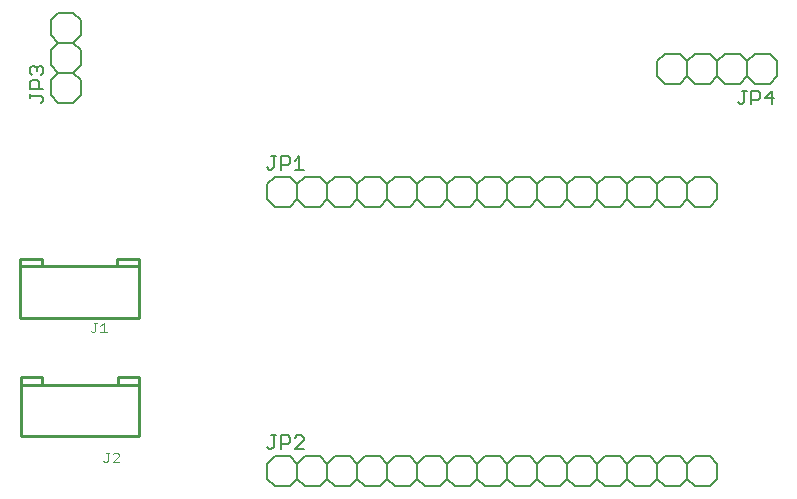
<source format=gbr>
G04 EAGLE Gerber RS-274X export*
G75*
%MOMM*%
%FSLAX34Y34*%
%LPD*%
%INSilkscreen Top*%
%IPPOS*%
%AMOC8*
5,1,8,0,0,1.08239X$1,22.5*%
G01*
%ADD10C,0.127000*%
%ADD11C,0.254000*%
%ADD12C,0.101600*%
%ADD13C,0.152400*%


D10*
X790500Y399200D02*
X790500Y419200D01*
D11*
X690500Y424200D02*
X690500Y394200D01*
X790500Y387200D02*
X790500Y431200D01*
X772500Y431200D01*
X708500Y431200D02*
X690500Y431200D01*
X690500Y387200D01*
X790500Y387200D01*
X790500Y431200D02*
X790500Y437200D01*
X772500Y437200D01*
X772500Y431200D01*
X708500Y431200D01*
X708500Y437200D01*
X690500Y437200D01*
X690500Y431200D01*
D12*
X750036Y376731D02*
X751350Y375418D01*
X752663Y375418D01*
X753977Y376731D01*
X753977Y383299D01*
X755290Y383299D02*
X752663Y383299D01*
X758222Y380672D02*
X760849Y383299D01*
X760849Y375418D01*
X758222Y375418D02*
X763476Y375418D01*
D10*
X790800Y319200D02*
X790800Y299200D01*
D11*
X690800Y294200D02*
X690800Y324200D01*
X790800Y331200D02*
X790800Y287200D01*
X790800Y331200D02*
X772800Y331200D01*
X708800Y331200D02*
X690800Y331200D01*
X690800Y287200D01*
X790800Y287200D01*
X790800Y331200D02*
X790800Y337200D01*
X772800Y337200D01*
X772800Y331200D01*
X708800Y331200D01*
X708800Y337200D01*
X690800Y337200D01*
X690800Y331200D01*
D12*
X760336Y266731D02*
X761650Y265418D01*
X762963Y265418D01*
X764277Y266731D01*
X764277Y273299D01*
X765590Y273299D02*
X762963Y273299D01*
X768522Y265418D02*
X773776Y265418D01*
X768522Y265418D02*
X773776Y270672D01*
X773776Y271985D01*
X772463Y273299D01*
X769836Y273299D01*
X768522Y271985D01*
D13*
X1210450Y507000D02*
X1223150Y507000D01*
X1229500Y500650D01*
X1229500Y487950D01*
X1223150Y481600D01*
X1229500Y500650D02*
X1235850Y507000D01*
X1248550Y507000D01*
X1254900Y500650D01*
X1254900Y487950D01*
X1248550Y481600D01*
X1235850Y481600D01*
X1229500Y487950D01*
X1185050Y507000D02*
X1178700Y500650D01*
X1185050Y507000D02*
X1197750Y507000D01*
X1204100Y500650D01*
X1204100Y487950D01*
X1197750Y481600D01*
X1185050Y481600D01*
X1178700Y487950D01*
X1204100Y500650D02*
X1210450Y507000D01*
X1204100Y487950D02*
X1210450Y481600D01*
X1223150Y481600D01*
X1146950Y507000D02*
X1134250Y507000D01*
X1146950Y507000D02*
X1153300Y500650D01*
X1153300Y487950D01*
X1146950Y481600D01*
X1153300Y500650D02*
X1159650Y507000D01*
X1172350Y507000D01*
X1178700Y500650D01*
X1178700Y487950D01*
X1172350Y481600D01*
X1159650Y481600D01*
X1153300Y487950D01*
X1108850Y507000D02*
X1102500Y500650D01*
X1108850Y507000D02*
X1121550Y507000D01*
X1127900Y500650D01*
X1127900Y487950D01*
X1121550Y481600D01*
X1108850Y481600D01*
X1102500Y487950D01*
X1127900Y500650D02*
X1134250Y507000D01*
X1127900Y487950D02*
X1134250Y481600D01*
X1146950Y481600D01*
X1070750Y507000D02*
X1058050Y507000D01*
X1070750Y507000D02*
X1077100Y500650D01*
X1077100Y487950D01*
X1070750Y481600D01*
X1077100Y500650D02*
X1083450Y507000D01*
X1096150Y507000D01*
X1102500Y500650D01*
X1102500Y487950D01*
X1096150Y481600D01*
X1083450Y481600D01*
X1077100Y487950D01*
X1032650Y507000D02*
X1026300Y500650D01*
X1032650Y507000D02*
X1045350Y507000D01*
X1051700Y500650D01*
X1051700Y487950D01*
X1045350Y481600D01*
X1032650Y481600D01*
X1026300Y487950D01*
X1051700Y500650D02*
X1058050Y507000D01*
X1051700Y487950D02*
X1058050Y481600D01*
X1070750Y481600D01*
X994550Y507000D02*
X981850Y507000D01*
X994550Y507000D02*
X1000900Y500650D01*
X1000900Y487950D01*
X994550Y481600D01*
X1000900Y500650D02*
X1007250Y507000D01*
X1019950Y507000D01*
X1026300Y500650D01*
X1026300Y487950D01*
X1019950Y481600D01*
X1007250Y481600D01*
X1000900Y487950D01*
X956450Y507000D02*
X950100Y500650D01*
X956450Y507000D02*
X969150Y507000D01*
X975500Y500650D01*
X975500Y487950D01*
X969150Y481600D01*
X956450Y481600D01*
X950100Y487950D01*
X975500Y500650D02*
X981850Y507000D01*
X975500Y487950D02*
X981850Y481600D01*
X994550Y481600D01*
X918350Y507000D02*
X905650Y507000D01*
X918350Y507000D02*
X924700Y500650D01*
X924700Y487950D01*
X918350Y481600D01*
X924700Y500650D02*
X931050Y507000D01*
X943750Y507000D01*
X950100Y500650D01*
X950100Y487950D01*
X943750Y481600D01*
X931050Y481600D01*
X924700Y487950D01*
X899300Y487950D02*
X899300Y500650D01*
X905650Y507000D01*
X899300Y487950D02*
X905650Y481600D01*
X918350Y481600D01*
X1254900Y500650D02*
X1261250Y507000D01*
X1273950Y507000D01*
X1280300Y500650D01*
X1280300Y487950D01*
X1273950Y481600D01*
X1261250Y481600D01*
X1254900Y487950D01*
D10*
X901080Y513223D02*
X899173Y515130D01*
X901080Y513223D02*
X902986Y513223D01*
X904893Y515130D01*
X904893Y524663D01*
X902986Y524663D02*
X906800Y524663D01*
X910867Y524663D02*
X910867Y513223D01*
X910867Y524663D02*
X916587Y524663D01*
X918493Y522756D01*
X918493Y518943D01*
X916587Y517036D01*
X910867Y517036D01*
X922561Y520850D02*
X926374Y524663D01*
X926374Y513223D01*
X922561Y513223D02*
X930187Y513223D01*
D13*
X1210450Y270500D02*
X1223150Y270500D01*
X1229500Y264150D01*
X1229500Y251450D01*
X1223150Y245100D01*
X1229500Y264150D02*
X1235850Y270500D01*
X1248550Y270500D01*
X1254900Y264150D01*
X1254900Y251450D01*
X1248550Y245100D01*
X1235850Y245100D01*
X1229500Y251450D01*
X1185050Y270500D02*
X1178700Y264150D01*
X1185050Y270500D02*
X1197750Y270500D01*
X1204100Y264150D01*
X1204100Y251450D01*
X1197750Y245100D01*
X1185050Y245100D01*
X1178700Y251450D01*
X1204100Y264150D02*
X1210450Y270500D01*
X1204100Y251450D02*
X1210450Y245100D01*
X1223150Y245100D01*
X1146950Y270500D02*
X1134250Y270500D01*
X1146950Y270500D02*
X1153300Y264150D01*
X1153300Y251450D01*
X1146950Y245100D01*
X1153300Y264150D02*
X1159650Y270500D01*
X1172350Y270500D01*
X1178700Y264150D01*
X1178700Y251450D01*
X1172350Y245100D01*
X1159650Y245100D01*
X1153300Y251450D01*
X1108850Y270500D02*
X1102500Y264150D01*
X1108850Y270500D02*
X1121550Y270500D01*
X1127900Y264150D01*
X1127900Y251450D01*
X1121550Y245100D01*
X1108850Y245100D01*
X1102500Y251450D01*
X1127900Y264150D02*
X1134250Y270500D01*
X1127900Y251450D02*
X1134250Y245100D01*
X1146950Y245100D01*
X1070750Y270500D02*
X1058050Y270500D01*
X1070750Y270500D02*
X1077100Y264150D01*
X1077100Y251450D01*
X1070750Y245100D01*
X1077100Y264150D02*
X1083450Y270500D01*
X1096150Y270500D01*
X1102500Y264150D01*
X1102500Y251450D01*
X1096150Y245100D01*
X1083450Y245100D01*
X1077100Y251450D01*
X1032650Y270500D02*
X1026300Y264150D01*
X1032650Y270500D02*
X1045350Y270500D01*
X1051700Y264150D01*
X1051700Y251450D01*
X1045350Y245100D01*
X1032650Y245100D01*
X1026300Y251450D01*
X1051700Y264150D02*
X1058050Y270500D01*
X1051700Y251450D02*
X1058050Y245100D01*
X1070750Y245100D01*
X994550Y270500D02*
X981850Y270500D01*
X994550Y270500D02*
X1000900Y264150D01*
X1000900Y251450D01*
X994550Y245100D01*
X1000900Y264150D02*
X1007250Y270500D01*
X1019950Y270500D01*
X1026300Y264150D01*
X1026300Y251450D01*
X1019950Y245100D01*
X1007250Y245100D01*
X1000900Y251450D01*
X956450Y270500D02*
X950100Y264150D01*
X956450Y270500D02*
X969150Y270500D01*
X975500Y264150D01*
X975500Y251450D01*
X969150Y245100D01*
X956450Y245100D01*
X950100Y251450D01*
X975500Y264150D02*
X981850Y270500D01*
X975500Y251450D02*
X981850Y245100D01*
X994550Y245100D01*
X918350Y270500D02*
X905650Y270500D01*
X918350Y270500D02*
X924700Y264150D01*
X924700Y251450D01*
X918350Y245100D01*
X924700Y264150D02*
X931050Y270500D01*
X943750Y270500D01*
X950100Y264150D01*
X950100Y251450D01*
X943750Y245100D01*
X931050Y245100D01*
X924700Y251450D01*
X899300Y251450D02*
X899300Y264150D01*
X905650Y270500D01*
X899300Y251450D02*
X905650Y245100D01*
X918350Y245100D01*
X1254900Y264150D02*
X1261250Y270500D01*
X1273950Y270500D01*
X1280300Y264150D01*
X1280300Y251450D01*
X1273950Y245100D01*
X1261250Y245100D01*
X1254900Y251450D01*
D10*
X901080Y276723D02*
X899173Y278630D01*
X901080Y276723D02*
X902986Y276723D01*
X904893Y278630D01*
X904893Y288163D01*
X902986Y288163D02*
X906800Y288163D01*
X910867Y288163D02*
X910867Y276723D01*
X910867Y288163D02*
X916587Y288163D01*
X918493Y286256D01*
X918493Y282443D01*
X916587Y280536D01*
X910867Y280536D01*
X922561Y276723D02*
X930187Y276723D01*
X922561Y276723D02*
X930187Y284350D01*
X930187Y286256D01*
X928281Y288163D01*
X924468Y288163D01*
X922561Y286256D01*
D13*
X716000Y576150D02*
X716000Y588850D01*
X722350Y595200D01*
X735050Y595200D01*
X741400Y588850D01*
X722350Y595200D02*
X716000Y601550D01*
X716000Y614250D01*
X722350Y620600D01*
X735050Y620600D01*
X741400Y614250D01*
X741400Y601550D01*
X735050Y595200D01*
X735050Y569800D02*
X722350Y569800D01*
X716000Y576150D01*
X735050Y569800D02*
X741400Y576150D01*
X741400Y588850D01*
X722350Y620600D02*
X716000Y626950D01*
X716000Y639650D01*
X722350Y646000D01*
X735050Y646000D01*
X741400Y639650D01*
X741400Y626950D01*
X735050Y620600D01*
D10*
X709777Y571580D02*
X707870Y569673D01*
X709777Y571580D02*
X709777Y573486D01*
X707870Y575393D01*
X698337Y575393D01*
X698337Y573486D02*
X698337Y577300D01*
X698337Y581367D02*
X709777Y581367D01*
X698337Y581367D02*
X698337Y587087D01*
X700244Y588993D01*
X704057Y588993D01*
X705964Y587087D01*
X705964Y581367D01*
X700244Y593061D02*
X698337Y594968D01*
X698337Y598781D01*
X700244Y600687D01*
X702151Y600687D01*
X704057Y598781D01*
X704057Y596874D01*
X704057Y598781D02*
X705964Y600687D01*
X707870Y600687D01*
X709777Y598781D01*
X709777Y594968D01*
X707870Y593061D01*
D13*
X1274150Y586000D02*
X1280500Y592350D01*
X1274150Y586000D02*
X1261450Y586000D01*
X1255100Y592350D01*
X1255100Y605050D01*
X1261450Y611400D01*
X1274150Y611400D01*
X1280500Y605050D01*
X1312250Y586000D02*
X1324950Y586000D01*
X1312250Y586000D02*
X1305900Y592350D01*
X1305900Y605050D01*
X1312250Y611400D01*
X1305900Y592350D02*
X1299550Y586000D01*
X1286850Y586000D01*
X1280500Y592350D01*
X1280500Y605050D01*
X1286850Y611400D01*
X1299550Y611400D01*
X1305900Y605050D01*
X1331300Y605050D02*
X1331300Y592350D01*
X1324950Y586000D01*
X1331300Y605050D02*
X1324950Y611400D01*
X1312250Y611400D01*
X1248750Y586000D02*
X1236050Y586000D01*
X1229700Y592350D01*
X1229700Y605050D01*
X1236050Y611400D01*
X1255100Y592350D02*
X1248750Y586000D01*
X1255100Y605050D02*
X1248750Y611400D01*
X1236050Y611400D01*
D10*
X1297615Y570254D02*
X1299522Y568347D01*
X1301428Y568347D01*
X1303335Y570254D01*
X1303335Y579787D01*
X1301428Y579787D02*
X1305242Y579787D01*
X1309309Y579787D02*
X1309309Y568347D01*
X1309309Y579787D02*
X1315029Y579787D01*
X1316936Y577880D01*
X1316936Y574067D01*
X1315029Y572160D01*
X1309309Y572160D01*
X1326723Y568347D02*
X1326723Y579787D01*
X1321003Y574067D01*
X1328629Y574067D01*
M02*

</source>
